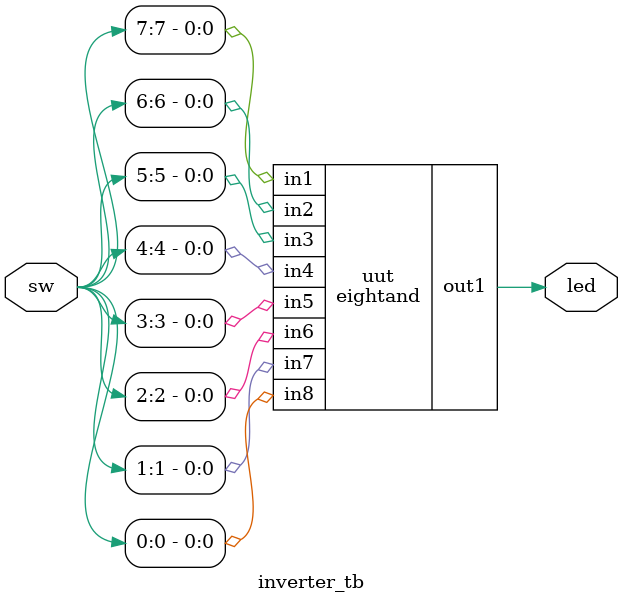
<source format=v>
module eightand(out1, in1, in2, in3,in4,in5,in6,in7,in8);
input in1, in2, in3,in4,in5,in6,in7,in8;
output out1;
assign out1=in1& in2& in3&in4&in5&in6&in7&in8;

endmodule

`timescale 1ns/1ps
module inverter_tb(sw,led);
input [7:0] sw;
output [0:0] led;
eightand uut(.out1(led),.in1(sw[7]),.in2(sw[6]),.in3(sw[5]),.in4(sw[4]),.in5(sw[3]),.in6(sw[2]),.in7(sw[1]),.in8(sw[0]));

endmodule

</source>
